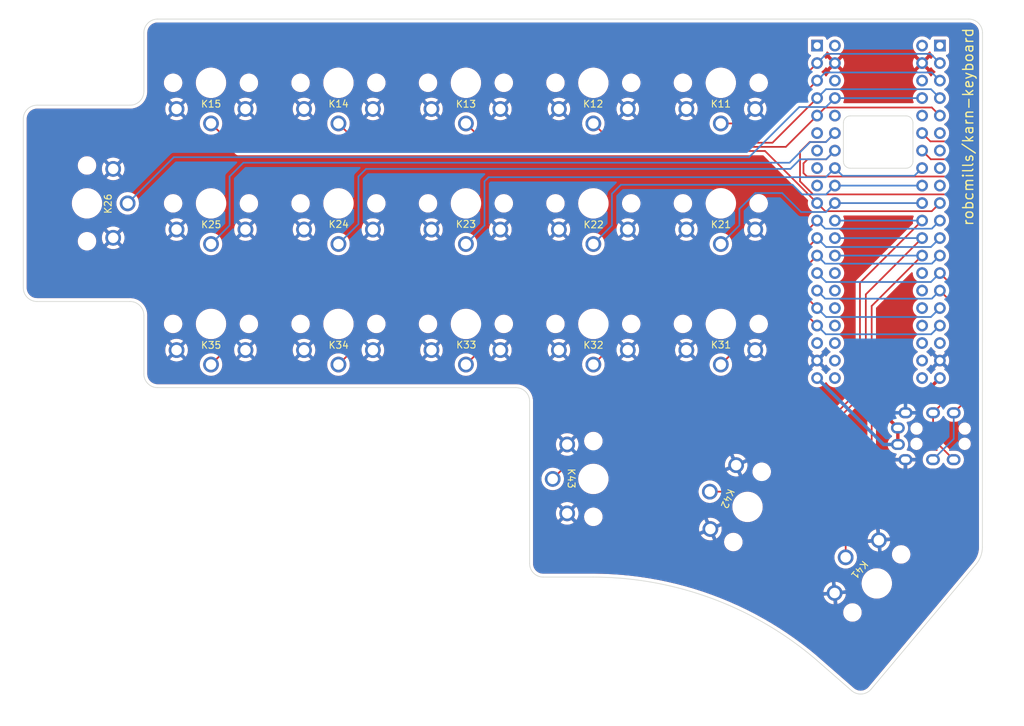
<source format=kicad_pcb>
(kicad_pcb (version 20211014) (generator pcbnew)
  (layers (0 "F.Cu" signal) (31 "B.Cu" signal) (34 "B.Paste" user) (35 "F.Paste" user) (36 "B.SilkS" user "B.Silkscreen") (37 "F.SilkS" user "F.Silkscreen") (38 "B.Mask" user) (39 "F.Mask" user) (44 "Edge.Cuts" user))
  (net 0 "")
  (net 1 "/RX")
  (net 2 "GND")
  (net 3 "/TX")
  (net 4 "/K11")
  (net 5 "/K12")
  (net 6 "/K13")
  (net 7 "/K14")
  (net 8 "/K15")
  (net 9 "/K21")
  (net 10 "/K22")
  (net 11 "/K23")
  (net 12 "/K24")
  (net 13 "/K25")
  (net 14 "/K26")
  (net 15 "/K31")
  (net 16 "/K32")
  (net 17 "/K33")
  (net 18 "/K34")
  (net 19 "/K35")
  (net 20 "/K41")
  (net 21 "/K42")
  (net 22 "/K43")
  (net 27 "VCC")
  (footprint "karn-kicad:kailh-choc-v1-1u-MBK-keycap" (layer "F.Cu") (at 94.5 57.5)
    (fp_text reference "K24" (at 0.034874 3.037288 unlocked) (layer "F.SilkS"))
    (fp_text value "SW_Push" hide)
    (pad "" np_thru_hole circle (at -5.5 0) (size 1.7018 1.7018) (drill 1.7018) (layers *.Cu *.Mask))
    (pad "" np_thru_hole circle (at 5.5 0) (size 1.7018 1.7018) (drill 1.7018) (layers *.Cu *.Mask))
    (pad "" np_thru_hole circle (at 0 0) (size 3.429 3.429) (drill 3.429) (layers *.Cu *.Mask))
    (pad "1" thru_hole circle (at 0 5.9) (size 2.282 2.282) (drill 1.52) (layers *.Cu *.Mask) (net 12 "/K24"))
    (pad "2" thru_hole circle (at -5 3.8) (size 2.282 2.282) (drill 1.52) (layers *.Cu *.Mask) (net 2 "GND"))
    (pad "3" thru_hole circle (at 5 3.8) (size 2.282 2.282) (drill 1.52) (layers *.Cu *.Mask) (net 2 "GND"))
  )
  (footprint "karn-kicad:kailh-choc-v1-1u-MBK-keycap" (layer "F.Cu") (at 131.5 57.5)
    (fp_text reference "K22" (at 0.041111 3.096462 unlocked) (layer "F.SilkS"))
    (fp_text value "SW_Push" hide)
    (pad "" np_thru_hole circle (at -5.5 0) (size 1.7018 1.7018) (drill 1.7018) (layers *.Cu *.Mask))
    (pad "" np_thru_hole circle (at 0 0) (size 3.429 3.429) (drill 3.429) (layers *.Cu *.Mask))
    (pad "" np_thru_hole circle (at 5.5 0) (size 1.7018 1.7018) (drill 1.7018) (layers *.Cu *.Mask))
    (pad "1" thru_hole circle (at 0 5.9) (size 2.282 2.282) (drill 1.52) (layers *.Cu *.Mask) (net 10 "/K22"))
    (pad "2" thru_hole circle (at -5 3.8) (size 2.282 2.282) (drill 1.52) (layers *.Cu *.Mask) (net 2 "GND"))
    (pad "3" thru_hole circle (at 5 3.8) (size 2.282 2.282) (drill 1.52) (layers *.Cu *.Mask) (net 2 "GND"))
  )
  (footprint "karn-kicad:kailh-choc-v1-1_5u-MBK-keycap" (layer "F.Cu") (at 131.5 97.5 -90)
    (fp_text reference "K43" (at -0.07488 3.200686 -90 unlocked) (layer "F.SilkS"))
    (fp_text value "SW_Push_1.5" hide)
    (pad "" np_thru_hole circle (at 5.5 0 270) (size 1.7018 1.7018) (drill 1.7018) (layers *.Cu *.Mask))
    (pad "" np_thru_hole circle (at -5.5 0 270) (size 1.7018 1.7018) (drill 1.7018) (layers *.Cu *.Mask))
    (pad "" np_thru_hole circle (at 0 0 270) (size 3.429 3.429) (drill 3.429) (layers *.Cu *.Mask))
    (pad "1" thru_hole circle (at 0 5.9 270) (size 2.282 2.282) (drill 1.52) (layers *.Cu *.Mask) (net 22 "/K43"))
    (pad "2" thru_hole circle (at -5 3.8 270) (size 2.282 2.282) (drill 1.52) (layers *.Cu *.Mask) (net 2 "GND"))
    (pad "3" thru_hole circle (at 5 3.8 270) (size 2.282 2.282) (drill 1.52) (layers *.Cu *.Mask) (net 2 "GND"))
  )
  (footprint "karn-kicad:kailh-choc-v1-1u-MBK-keycap" (layer "F.Cu") (at 131.5 40)
    (fp_text reference "K12" (at -0.031399 3.07238 unlocked) (layer "F.SilkS"))
    (fp_text value "SW_Push" hide)
    (pad "" np_thru_hole circle (at 5.5 0) (size 1.7018 1.7018) (drill 1.7018) (layers *.Cu *.Mask))
    (pad "" np_thru_hole circle (at -5.5 0) (size 1.7018 1.7018) (drill 1.7018) (layers *.Cu *.Mask))
    (pad "" np_thru_hole circle (at 0 0) (size 3.429 3.429) (drill 3.429) (layers *.Cu *.Mask))
    (pad "1" thru_hole circle (at 0 5.9) (size 2.282 2.282) (drill 1.52) (layers *.Cu *.Mask) (net 5 "/K12"))
    (pad "2" thru_hole circle (at -5 3.8) (size 2.282 2.282) (drill 1.52) (layers *.Cu *.Mask) (net 2 "GND"))
    (pad "3" thru_hole circle (at 5 3.8) (size 2.282 2.282) (drill 1.52) (layers *.Cu *.Mask) (net 2 "GND"))
  )
  (footprint "karn-kicad:kailh-choc-v1-1u-MBK-keycap" (layer "F.Cu") (at 113 40)
    (fp_text reference "K13" (at 0.011094 3.087436 unlocked) (layer "F.SilkS"))
    (fp_text value "SW_Push" hide)
    (pad "" np_thru_hole circle (at 5.5 0) (size 1.7018 1.7018) (drill 1.7018) (layers *.Cu *.Mask))
    (pad "" np_thru_hole circle (at 0 0) (size 3.429 3.429) (drill 3.429) (layers *.Cu *.Mask))
    (pad "" np_thru_hole circle (at -5.5 0) (size 1.7018 1.7018) (drill 1.7018) (layers *.Cu *.Mask))
    (pad "1" thru_hole circle (at 0 5.9) (size 2.282 2.282) (drill 1.52) (layers *.Cu *.Mask) (net 6 "/K13"))
    (pad "2" thru_hole circle (at -5 3.8) (size 2.282 2.282) (drill 1.52) (layers *.Cu *.Mask) (net 2 "GND"))
    (pad "3" thru_hole circle (at 5 3.8) (size 2.282 2.282) (drill 1.52) (layers *.Cu *.Mask) (net 2 "GND"))
  )
  (footprint "karn-kicad:kailh-choc-v1-1_5u-MBK-keycap" (layer "F.Cu") (at 58.000256 57.5 90)
    (fp_text reference "K26" (at -0.058119 3.062974 90 unlocked) (layer "F.SilkS"))
    (fp_text value "SW_Push_1.5" hide)
    (pad "" np_thru_hole circle (at 0 0 90) (size 3.429 3.429) (drill 3.429) (layers *.Cu *.Mask))
    (pad "" np_thru_hole circle (at 5.5 0 90) (size 1.7018 1.7018) (drill 1.7018) (layers *.Cu *.Mask))
    (pad "" np_thru_hole circle (at -5.5 0 90) (size 1.7018 1.7018) (drill 1.7018) (layers *.Cu *.Mask))
    (pad "1" thru_hole circle (at 0 5.9 90) (size 2.282 2.282) (drill 1.52) (layers *.Cu *.Mask) (net 14 "/K26"))
    (pad "2" thru_hole circle (at -5 3.8 90) (size 2.282 2.282) (drill 1.52) (layers *.Cu *.Mask) (net 2 "GND"))
    (pad "3" thru_hole circle (at 5 3.8 90) (size 2.282 2.282) (drill 1.52) (layers *.Cu *.Mask) (net 2 "GND"))
  )
  (footprint "karn-kicad:trrs-pj-320A" (layer "F.Cu") (at 187.0125 90.2 -90)
    (fp_text reference "REF**" hide)
    (fp_text value "TRRS-PJ-320A" hide)
    (pad "" np_thru_hole circle (at 0 8.6 270) (size 0.8 0.8) (drill 0.8) (layers *.Cu *.Mask))
    (pad "" np_thru_hole circle (at 0 1.6 270) (size 0.8 0.8) (drill 0.8) (layers *.Cu *.Mask))
    (pad "1" thru_hole oval (at 2.3 11.3 270) (size 1.6 2) (drill oval 0.9 1.3) (layers *.Cu *.Mask) (net 27 "VCC"))
    (pad "2" thru_hole oval (at -2.3 10.2 270) (size 1.6 2) (drill oval 0.9 1.3) (layers *.Cu *.Mask) (net 2 "GND"))
    (pad "3" thru_hole oval (at -2.3 6.2 270) (size 1.6 2) (drill oval 0.9 1.3) (layers *.Cu *.Mask) (net 1 "/RX"))
    (pad "4" thru_hole oval (at -2.3 3.2 270) (size 1.6 2) (drill oval 0.9 1.3) (layers *.Cu *.Mask) (net 3 "/TX"))
  )
  (footprint "karn-kicad:kailh-choc-v1-1u-MBK-keycap" (layer "F.Cu") (at 150 57.5)
    (fp_text reference "K21" (at 0.023994 3.07282 unlocked) (layer "F.SilkS"))
    (fp_text value "SW_Push" hide)
    (pad "" np_thru_hole circle (at 0 0) (size 3.429 3.429) (drill 3.429) (layers *.Cu *.Mask))
    (pad "" np_thru_hole circle (at -5.5 0) (size 1.7018 1.7018) (drill 1.7018) (layers *.Cu *.Mask))
    (pad "" np_thru_hole circle (at 5.5 0) (size 1.7018 1.7018) (drill 1.7018) (layers *.Cu *.Mask))
    (pad "1" thru_hole circle (at 0 5.9) (size 2.282 2.282) (drill 1.52) (layers *.Cu *.Mask) (net 9 "/K21"))
    (pad "2" thru_hole circle (at -5 3.8) (size 2.282 2.282) (drill 1.52) (layers *.Cu *.Mask) (net 2 "GND"))
    (pad "3" thru_hole circle (at 5 3.8) (size 2.282 2.282) (drill 1.52) (layers *.Cu *.Mask) (net 2 "GND"))
  )
  (footprint "karn-kicad:kailh-choc-v1-1u-MBK-keycap" (layer "F.Cu") (at 94.5 75)
    (fp_text reference "K34" (at 0.030898 3.081566 unlocked) (layer "F.SilkS"))
    (fp_text value "SW_Push" hide)
    (pad "" np_thru_hole circle (at 5.5 0) (size 1.7018 1.7018) (drill 1.7018) (layers *.Cu *.Mask))
    (pad "" np_thru_hole circle (at -5.5 0) (size 1.7018 1.7018) (drill 1.7018) (layers *.Cu *.Mask))
    (pad "" np_thru_hole circle (at 0 0) (size 3.429 3.429) (drill 3.429) (layers *.Cu *.Mask))
    (pad "1" thru_hole circle (at 0 5.9) (size 2.282 2.282) (drill 1.52) (layers *.Cu *.Mask) (net 18 "/K34"))
    (pad "2" thru_hole circle (at -5 3.8) (size 2.282 2.282) (drill 1.52) (layers *.Cu *.Mask) (net 2 "GND"))
    (pad "3" thru_hole circle (at 5 3.8) (size 2.282 2.282) (drill 1.52) (layers *.Cu *.Mask) (net 2 "GND"))
  )
  (footprint "karn-kicad:kailh-choc-v1-1u-MBK-keycap" (layer "F.Cu") (at 150 75)
    (fp_text reference "K31" (at 0.029932 3.046775 unlocked) (layer "F.SilkS"))
    (fp_text value "SW_Push" hide)
    (pad "" np_thru_hole circle (at -5.5 0) (size 1.7018 1.7018) (drill 1.7018) (layers *.Cu *.Mask))
    (pad "" np_thru_hole circle (at 0 0) (size 3.429 3.429) (drill 3.429) (layers *.Cu *.Mask))
    (pad "" np_thru_hole circle (at 5.5 0) (size 1.7018 1.7018) (drill 1.7018) (layers *.Cu *.Mask))
    (pad "1" thru_hole circle (at 0 5.9) (size 2.282 2.282) (drill 1.52) (layers *.Cu *.Mask) (net 15 "/K31"))
    (pad "2" thru_hole circle (at -5 3.8) (size 2.282 2.282) (drill 1.52) (layers *.Cu *.Mask) (net 2 "GND"))
    (pad "3" thru_hole circle (at 5 3.8) (size 2.282 2.282) (drill 1.52) (layers *.Cu *.Mask) (net 2 "GND"))
  )
  (footprint "karn-kicad:kailh-choc-v1-1u-MBK-keycap" (layer "F.Cu") (at 76 57.5)
    (fp_text reference "K25" (at 0.026756 3.083773 unlocked) (layer "F.SilkS"))
    (fp_text value "SW_Push" hide)
    (pad "" np_thru_hole circle (at 0 0) (size 3.429 3.429) (drill 3.429) (layers *.Cu *.Mask))
    (pad "" np_thru_hole circle (at 5.5 0) (size 1.7018 1.7018) (drill 1.7018) (layers *.Cu *.Mask))
    (pad "" np_thru_hole circle (at -5.5 0) (size 1.7018 1.7018) (drill 1.7018) (layers *.Cu *.Mask))
    (pad "1" thru_hole circle (at 0 5.9) (size 2.282 2.282) (drill 1.52) (layers *.Cu *.Mask) (net 13 "/K25"))
    (pad "2" thru_hole circle (at -5 3.8) (size 2.282 2.282) (drill 1.52) (layers *.Cu *.Mask) (net 2 "GND"))
    (pad "3" thru_hole circle (at 5 3.8) (size 2.282 2.282) (drill 1.52) (layers *.Cu *.Mask) (net 2 "GND"))
  )
  (footprint "karn-kicad:kailh-choc-v1-1_5u-MBK-keycap" (layer "F.Cu") (at 153.879011 101.559149 -112)
    (fp_text reference "K42" (at -0.026262 3.138361 -112 unlocked) (layer "F.SilkS"))
    (fp_text value "SW_Push_1.5" hide)
    (pad "" np_thru_hole circle (at -5.5 0 248) (size 1.7018 1.7018) (drill 1.7018) (layers *.Cu *.Mask))
    (pad "" np_thru_hole circle (at 0 0 248) (size 3.429 3.429) (drill 3.429) (layers *.Cu *.Mask))
    (pad "" np_thru_hole circle (at 5.5 0 248) (size 1.7018 1.7018) (drill 1.7018) (layers *.Cu *.Mask))
    (pad "1" thru_hole circle (at 0 5.9 248) (size 2.282 2.282) (drill 1.52) (layers *.Cu *.Mask) (net 21 "/K42"))
    (pad "2" thru_hole circle (at -5 3.8 248) (size 2.282 2.282) (drill 1.52) (layers *.Cu *.Mask) (net 2 "GND"))
    (pad "3" thru_hole circle (at 5 3.8 248) (size 2.282 2.282) (drill 1.52) (layers *.Cu *.Mask) (net 2 "GND"))
  )
  (footprint "karn-kicad:kailh-choc-v1-1_5u-MBK-keycap" (layer "F.Cu") (at 172.644734 112.671401 -130)
    (fp_text reference "K41" (at 0.1 3.2 -130 unlocked) (layer "F.SilkS"))
    (fp_text value "SW_Push_1.5" hide)
    (pad "" np_thru_hole circle (at 0 0 230) (size 3.429 3.429) (drill 3.429) (layers *.Cu *.Mask))
    (pad "" np_thru_hole circle (at -5.5 0 230) (size 1.7018 1.7018) (drill 1.7018) (layers *.Cu *.Mask))
    (pad "" np_thru_hole circle (at 5.5 0 230) (size 1.7018 1.7018) (drill 1.7018) (layers *.Cu *.Mask))
    (pad "1" thru_hole circle (at 0 5.9 230) (size 2.282 2.282) (drill 1.52) (layers *.Cu *.Mask) (net 20 "/K41"))
    (pad "2" thru_hole circle (at -5 3.8 230) (size 2.282 2.282) (drill 1.52) (layers *.Cu *.Mask) (net 2 "GND"))
    (pad "3" thru_hole circle (at 5 3.8 230) (size 2.282 2.282) (drill 1.52) (layers *.Cu *.Mask) (net 2 "GND"))
  )
  (footprint "karn-kicad:kailh-choc-v1-1u-MBK-keycap" (layer "F.Cu") (at 113 57.5)
    (fp_text reference "K23" (at 0.009002 3.026318 unlocked) (layer "F.SilkS"))
    (fp_text value "SW_Push" hide)
    (pad "" np_thru_hole circle (at 5.5 0) (size 1.7018 1.7018) (drill 1.7018) (layers *.Cu *.Mask))
    (pad "" np_thru_hole circle (at 0 0) (size 3.429 3.429) (drill 3.429) (layers *.Cu *.Mask))
    (pad "" np_thru_hole circle (at -5.5 0) (size 1.7018 1.7018) (drill 1.7018) (layers *.Cu *.Mask))
    (pad "1" thru_hole circle (at 0 5.9) (size 2.282 2.282) (drill 1.52) (layers *.Cu *.Mask) (net 11 "/K23"))
    (pad "2" thru_hole circle (at -5 3.8) (size 2.282 2.282) (drill 1.52) (layers *.Cu *.Mask) (net 2 "GND"))
    (pad "3" thru_hole circle (at 5 3.8) (size 2.282 2.282) (drill 1.52) (layers *.Cu *.Mask) (net 2 "GND"))
  )
  (footprint "karn-kicad:kailh-choc-v1-1u-MBK-keycap" (layer "F.Cu") (at 94.5 40)
    (fp_text reference "K14" (at 0.011661 3.060372 unlocked) (layer "F.SilkS"))
    (fp_text value "SW_Push" hide)
    (pad "" np_thru_hole circle (at 0 0) (size 3.429 3.429) (drill 3.429) (layers *.Cu *.Mask))
    (pad "" np_thru_hole circle (at -5.5 0) (size 1.7018 1.7018) (drill 1.7018) (layers *.Cu *.Mask))
    (pad "" np_thru_hole circle (at 5.5 0) (size 1.7018 1.7018) (drill 1.7018) (layers *.Cu *.Mask))
    (pad "1" thru_hole circle (at 0 5.9) (size 2.282 2.282) (drill 1.52) (layers *.Cu *.Mask) (net 7 "/K14"))
    (pad "2" thru_hole circle (at -5 3.8) (size 2.282 2.282) (drill 1.52) (layers *.Cu *.Mask) (net 2 "GND"))
    (pad "3" thru_hole circle (at 5 3.8) (size 2.282 2.282) (drill 1.52) (layers *.Cu *.Mask) (net 2 "GND"))
  )
  (footprint "karn-kicad:kailh-choc-v1-1u-MBK-keycap" (layer "F.Cu") (at 113 75)
    (fp_text reference "K33" (at 0.056525 3.046987 unlocked) (layer "F.SilkS"))
    (fp_text value "SW_Push" hide)
    (pad "" np_thru_hole circle (at -5.5 0) (size 1.7018 1.7018) (drill 1.7018) (layers *.Cu *.Mask))
    (pad "" np_thru_hole circle (at 5.5 0) (size 1.7018 1.7018) (drill 1.7018) (layers *.Cu *.Mask))
    (pad "" np_thru_hole circle (at 0 0) (size 3.429 3.429) (drill 3.429) (layers *.Cu *.Mask))
    (pad "1" thru_hole circle (at 0 5.9) (size 2.282 2.282) (drill 1.52) (layers *.Cu *.Mask) (net 17 "/K33"))
    (pad "2" thru_hole circle (at -5 3.8) (size 2.282 2.282) (drill 1.52) (layers *.Cu *.Mask) (net 2 "GND"))
    (pad "3" thru_hole circle (at 5 3.8) (size 2.282 2.282) (drill 1.52) (layers *.Cu *.Mask) (net 2 "GND"))
  )
  (footprint "karn-kicad:stm32f411-blackpill-dev-board" (layer "F.Cu") (at 163.98 34.6)
    (fp_text reference "U1" hide)
    (fp_text value "stm32f411-blackpill-dev-board" hide)
    (pad "1" thru_hole rect (at 0 0) (size 1.7 1.7) (drill 1) (layers *.Cu *.Mask))
    (pad "2" thru_hole circle (at 0 2.54) (size 1.7 1.7) (drill 1) (layers *.Cu *.Mask) (net 4 "/K11"))
    (pad "3" thru_hole circle (at 0 5.08) (size 1.7 1.7) (drill 1) (layers *.Cu *.Mask) (net 5 "/K12"))
    (pad "4" thru_hole circle (at 0 7.62) (size 1.7 1.7) (drill 1) (layers *.Cu *.Mask) (net 6 "/K13"))
    (pad "5" thru_hole circle (at 0 10.16) (size 1.7 1.7) (drill 1) (layers *.Cu *.Mask) (net 7 "/K14"))
    (pad "6" thru_hole circle (at 0 12.7) (size 1.7 1.7) (drill 1) (layers *.Cu *.Mask))
    (pad "7" thru_hole circle (at 0 15.24) (size 1.7 1.7) (drill 1) (layers *.Cu *.Mask))
    (pad "8" thru_hole circle (at 0 17.78) (size 1.7 1.7) (drill 1) (layers *.Cu *.Mask))
    (pad "9" thru_hole circle (at 0 20.32) (size 1.7 1.7) (drill 1) (layers *.Cu *.Mask))
    (pad "10" thru_hole circle (at 0 22.86) (size 1.7 1.7) (drill 1) (layers *.Cu *.Mask) (net 8 "/K15"))
    (pad "11" thru_hole circle (at 0 25.4) (size 1.7 1.7) (drill 1) (layers *.Cu *.Mask) (net 19 "/K35"))
    (pad "12" thru_hole circle (at 0 27.94) (size 1.7 1.7) (drill 1) (layers *.Cu *.Mask) (net 18 "/K34"))
    (pad "13" thru_hole circle (at 0 30.48) (size 1.7 1.7) (drill 1) (layers *.Cu *.Mask) (net 17 "/K33"))
    (pad "14" thru_hole circle (at 0 33.02) (size 1.7 1.7) (drill 1) (layers *.Cu *.Mask) (net 3 "/TX"))
    (pad "15" thru_hole circle (at 0 35.56) (size 1.7 1.7) (drill 1) (layers *.Cu *.Mask) (net 1 "/RX"))
    (pad "16" thru_hole circle (at 0 38.1) (size 1.7 1.7) (drill 1) (layers *.Cu *.Mask) (net 16 "/K32"))
    (pad "17" thru_hole circle (at 0 40.64) (size 1.7 1.7) (drill 1) (layers *.Cu *.Mask) (net 15 "/K31"))
    (pad "18" thru_hole circle (at 0 43.18) (size 1.7 1.7) (drill 1) (layers *.Cu *.Mask))
    (pad "19" thru_hole circle (at 0 45.72) (size 1.7 1.7) (drill 1) (layers *.Cu *.Mask) (net 2 "GND"))
    (pad "20" thru_hole circle (at 0 48.26) (size 1.7 1.7) (drill 1) (layers *.Cu *.Mask) (net 27 "VCC"))
    (pad "21" thru_hole circle (at 15.24 48.26) (size 1.7 1.7) (drill 1) (layers *.Cu *.Mask))
    (pad "22" thru_hole circle (at 15.24 45.72) (size 1.7 1.7) (drill 1) (layers *.Cu *.Mask))
    (pad "23" thru_hole circle (at 15.24 43.18) (size 1.7 1.7) (drill 1) (layers *.Cu *.Mask))
    (pad "24" thru_hole circle (at 15.24 40.64) (size 1.7 1.7) (drill 1) (layers *.Cu *.Mask))
    (pad "25" thru_hole circle (at 15.24 38.1) (size 1.7 1.7) (drill 1) (layers *.Cu *.Mask))
    (pad "26" thru_hole circle (at 15.24 35.56) (size 1.7 1.7) (drill 1) (layers *.Cu *.Mask))
    (pad "27" thru_hole circle (at 15.24 33.02) (size 1.7 1.7) (drill 1) (layers *.Cu *.Mask))
    (pad "28" thru_hole circle (at 15.24 30.48) (size 1.7 1.7) (drill 1) (layers *.Cu *.Mask) (net 20 "/K41"))
    (pad "29" thru_hole circle (at 15.24 27.94) (size 1.7 1.7) (drill 1) (layers *.Cu *.Mask) (net 21 "/K42"))
    (pad "30" thru_hole circle (at 15.24 25.4) (size 1.7 1.7) (drill 1) (layers *.Cu *.Mask) (net 22 "/K43"))
    (pad "31" thru_hole circle (at 15.24 22.86) (size 1.7 1.7) (drill 1) (layers *.Cu *.Mask) (net 9 "/K21"))
    (pad "32" thru_hole circle (at 15.24 20.32) (size 1.7 1.7) (drill 1) (layers *.Cu *.Mask) (net 10 "/K22"))
    (pad "33" thru_hole circle (at 15.24 17.78) (size 1.7 1.7) (drill 1) (layers *.Cu *.Mask) (net 11 "/K23"))
    (pad "34" thru_hole circle (at 15.24 15.24) (size 1.7 1.7) (drill 1) (layers *.Cu *.Mask) (net 12 "/K24"))
    (pad "35" thru_hole circle (at 15.24 12.7) (size 1.7 1.7) (drill 1) (layers *.Cu *.Mask) (net 13 "/K25"))
    (pad "36" thru_hole circle (at 15.24 10.16) (size 1.7 1.7) (drill 1) (layers *.Cu *.Mask))
    (pad "37" thru_hole circle (at 15.24 7.62) (size 1.7 1.7) (drill 1) (layers *.Cu *.Mask) (net 14 "/K26"))
    (pad "38" thru_hole circle (at 15.24 5.08) (size 1.7 1.7) (drill 1) (layers *.Cu *.Mask))
    (pad "39" thru_hole circle (at 15.24 2.54) (size 1.7 1.7) (drill 1) (layers *.Cu *.Mask) (net 2 "GND"))
    (pad "40" thru_hole circle (at 15.24 0) (size 1.7 1.7) (drill 1) (layers *.Cu *.Mask))
  )
  (footprint "karn-kicad:kailh-choc-v1-1u-MBK-keycap" (layer "F.Cu") (at 76 75)
    (fp_text reference "K35" (at 0.012319 3.090204 unlocked) (layer "F.SilkS"))
    (fp_text value "SW_Push" hide)
    (pad "" np_thru_hole circle (at 0 0) (size 3.429 3.429) (drill 3.429) (layers *.Cu *.Mask))
    (pad "" np_thru_hole circle (at 5.5 0) (size 1.7018 1.7018) (drill 1.7018) (layers *.Cu *.Mask))
    (pad "" np_thru_hole circle (at -5.5 0) (size 1.7018 1.7018) (drill 1.7018) (layers *.Cu *.Mask))
    (pad "1" thru_hole circle (at 0 5.9) (size 2.282 2.282) (drill 1.52) (layers *.Cu *.Mask) (net 19 "/K35"))
    (pad "2" thru_hole circle (at -5 3.8) (size 2.282 2.282) (drill 1.52) (layers *.Cu *.Mask) (net 2 "GND"))
    (pad "3" thru_hole circle (at 5 3.8) (size 2.282 2.282) (drill 1.52) (layers *.Cu *.Mask) (net 2 "GND"))
  )
  (footprint "karn-kicad:kailh-choc-v1-1u-MBK-keycap" (layer "F.Cu") (at 131.5 75)
    (fp_text reference "K32" (at 0.017543 3.080692 unlocked) (layer "F.SilkS"))
    (fp_text value "SW_Push" hide)
    (pad "" np_thru_hole circle (at 0 0) (size 3.429 3.429) (drill 3.429) (layers *.Cu *.Mask))
    (pad "" np_thru_hole circle (at 5.5 0) (size 1.7018 1.7018) (drill 1.7018) (layers *.Cu *.Mask))
    (pad "" np_thru_hole circle (at -5.5 0) (size 1.7018 1.7018) (drill 1.7018) (layers *.Cu *.Mask))
    (pad "1" thru_hole circle (at 0 5.9) (size 2.282 2.282) (drill 1.52) (layers *.Cu *.Mask) (net 16 "/K32"))
    (pad "2" thru_hole circle (at -5 3.8) (size 2.282 2.282) (drill 1.52) (layers *.Cu *.Mask) (net 2 "GND"))
    (pad "3" thru_hole circle (at 5 3.8) (size 2.282 2.282) (drill 1.52) (layers *.Cu *.Mask) (net 2 "GND"))
  )
  (footprint "karn-kicad:kailh-choc-v1-1u-MBK-keycap" (layer "F.Cu") (at 76 40)
    (fp_text reference "K15" (at 0.010946 3.079238 unlocked) (layer "F.SilkS"))
    (fp_text value "SW_Push" hide)
    (pad "" np_thru_hole circle (at 5.5 0) (size 1.7018 1.7018) (drill 1.7018) (layers *.Cu *.Mask))
    (pad "" np_thru_hole circle (at -5.5 0) (size 1.7018 1.7018) (drill 1.7018) (layers *.Cu *.Mask))
    (pad "" np_thru_hole circle (at 0 0) (size 3.429 3.429) (drill 3.429) (layers *.Cu *.Mask))
    (pad "1" thru_hole circle (at 0 5.9) (size 2.282 2.282) (drill 1.52) (layers *.Cu *.Mask) (net 8 "/K15"))
    (pad "2" thru_hole circle (at -5 3.8) (size 2.282 2.282) (drill 1.52) (layers *.Cu *.Mask) (net 2 "GND"))
    (pad "3" thru_hole circle (at 5 3.8) (size 2.282 2.282) (drill 1.52) (layers *.Cu *.Mask) (net 2 "GND"))
  )
  (footprint "karn-kicad:trrs-pj-320A" (layer "F.Cu") (at 187 92.4 -90)
    (fp_text reference "J1" hide)
    (fp_text value "TRRS" hide)
    (pad "" np_thru_hole circle (at 0 1.6 270) (size 0.8 0.8) (drill 0.8) (layers *.Cu *.Mask))
    (pad "" np_thru_hole circle (at 0 8.6 270) (size 0.8 0.8) (drill 0.8) (layers *.Cu *.Mask))
    (pad "1" thru_hole oval (at -2.3 11.3 270) (size 1.6 2) (drill oval 0.9 1.3) (layers *.Cu *.Mask) (net 27 "VCC"))
    (pad "2" thru_hole oval (at 2.3 10.2 270) (size 1.6 2) (drill oval 0.9 1.3) (layers *.Cu *.Mask) (net 2 "GND"))
    (pad "3" thru_hole oval (at 2.3 3.2 270) (size 1.6 2) (drill oval 0.9 1.3) (layers *.Cu *.Mask) (net 1 "/RX"))
    (pad "4" thru_hole oval (at 2.3 6.2 270) (size 1.6 2) (drill oval 0.9 1.3) (layers *.Cu *.Mask) (net 3 "/TX"))
  )
  (footprint "karn-kicad:kailh-choc-v1-1u-MBK-keycap" (layer "F.Cu") (at 150 40)
    (fp_text reference "K11" (at 0.006025 3.069981 unlocked) (layer "F.SilkS"))
    (fp_text value "SW_Push" hide)
    (pad "" np_thru_hole circle (at 0 0) (size 3.429 3.429) (drill 3.429) (layers *.Cu *.Mask))
    (pad "" np_thru_hole circle (at -5.5 0) (size 1.7018 1.7018) (drill 1.7018) (layers *.Cu *.Mask))
    (pad "" np_thru_hole circle (at 5.5 0) (size 1.7018 1.7018) (drill 1.7018) (layers *.Cu *.Mask))
    (pad "1" thru_hole circle (at 0 5.9) (size 2.282 2.282) (drill 1.52) (layers *.Cu *.Mask) (net 4 "/K11"))
    (pad "2" thru_hole circle (at -5 3.8) (size 2.282 2.282) (drill 1.52) (layers *.Cu *.Mask) (net 2 "GND"))
    (pad "3" thru_hole circle (at 5 3.8) (size 2.282 2.282) (drill 1.52) (layers *.Cu *.Mask) (net 2 "GND"))
  )
  (footprint "karn-kicad:stm32f411-blackpill-dev-board" (layer "B.Cu") (at 181.8 34.6 180)
    (fp_text reference "U2" hide)
    (fp_text value "WeAct BlackPill" hide)
    (pad "1" thru_hole rect (at 0 0 180) (size 1.7 1.7) (drill 1) (layers *.Cu *.Mask))
    (pad "2" thru_hole circle (at 0 -2.54 180) (size 1.7 1.7) (drill 1) (layers *.Cu *.Mask) (net 4 "/K11"))
    (pad "3" thru_hole circle (at 0 -5.08 180) (size 1.7 1.7) (drill 1) (layers *.Cu *.Mask) (net 5 "/K12"))
    (pad "4" thru_hole circle (at 0 -7.62 180) (size 1.7 1.7) (drill 1) (layers *.Cu *.Mask) (net 6 "/K13"))
    (pad "5" thru_hole circle (at 0 -10.16 180) (size 1.7 1.7) (drill 1) (layers *.Cu *.Mask) (net 7 "/K14"))
    (pad "6" thru_hole circle (at 0 -12.7 180) (size 1.7 1.7) (drill 1) (layers *.Cu *.Mask))
    (pad "7" thru_hole circle (at 0 -15.24 180) (size 1.7 1.7) (drill 1) (layers *.Cu *.Mask))
    (pad "8" thru_hole circle (at 0 -17.78 180) (size 1.7 1.7) (drill 1) (layers *.Cu *.Mask))
    (pad "9" thru_hole circle (at 0 -20.32 180) (size 1.7 1.7) (drill 1) (layers *.Cu *.Mask))
    (pad "10" thru_hole circle (at 0 -22.86 180) (size 1.7 1.7) (drill 1) (layers *.Cu *.Mask) (net 8 "/K15"))
    (pad "11" thru_hole circle (at 0 -25.4 180) (size 1.7 1.7) (drill 1) (layers *.Cu *.Mask) (net 19 "/K35"))
    (pad "12" thru_hole circle (at 0 -27.94 180) (size 1.7 1.7) (drill 1) (layers *.Cu *.Mask) (net 18 "/K34"))
    (pad "13" thru_hole circle (at 0 -30.48 180) (size 1.7 1.7) (drill 1) (layers *.Cu *.Mask) (net 17 "/K33"))
    (pad "14" thru_hole circle (at 0 -33.02 180) (size 1.7 1.7) (drill 1) (layers *.Cu *.Mask) (net 3 "/TX"))
    (pad "15" thru_hole circle (at 0 -35.56 180) (size 1.7 1.7) (drill 1) (layers *.Cu *.Mask) (net 1 "/RX"))
    (pad "16" thru_hole circle (at 0 -38.1 180) (size 1.7 1.7) (drill 1) (layers *.Cu *.Mask) (net 16 "/K32"))
    (pad "17" thru_hole circle (at 0 -40.64 180) (size 1.7 1.7) (drill 1) (layers *.Cu *.Mask) (net 15 "/K31"))
    (pad "18" thru_hole circle (at 0 -43.18 180) (size 1.7 1.7) (drill 1) (layers *.Cu *.Mask))
    (pad "19" thru_hole circle (at 0 -45.72 180) (size 1.7 1.7) (drill 1) (layers *.Cu *.Mask) (net 2 "GND"))
    (pad "20" thru_hole circle (at 0 -48.26 180) (size 1.7 1.7) (drill 1) (layers *.Cu *.Mask) (net 27 "VCC"))
    (pad "21" thru_hole circle (at 15.24 -48.26 180) (size 1.7 1.7) (drill 1) (layers *.Cu *.Mask))
    (pad "22" thru_hole circle (at 15.24 -45.72 180) (size 1.7 1.7) (drill 1) (layers *.Cu *.Mask))
    (pad "23" thru_hole circle (at 15.24 -43.18 180) (size 1.7 1.7) (drill 1) (layers *.Cu *.Mask))
    (pad "24" thru_hole circle (at 15.24 -40.64 180) (size 1.7 1.7) (drill 1) (layers *.Cu *.Mask))
    (pad "25" thru_hole circle (at 15.24 -38.1 180) (size 1.7 1.7) (drill 1) (layers *.Cu *.Mask))
    (pad "26" thru_hole circle (at 15.24 -35.56 180) (size 1.7 1.7) (drill 1) (layers *.Cu *.Mask))
    (pad "27" thru_hole circle (at 15.24 -33.02 180) (size 1.7 1.7) (drill 1) (layers *.Cu *.Mask))
    (pad "28" thru_hole circle (at 15.24 -30.48 180) (size 1.7 1.7) (drill 1) (layers *.Cu *.Mask) (net 20 "/K41"))
    (pad "29" thru_hole circle (at 15.24 -27.94 180) (size 1.7 1.7) (drill 1) (layers *.Cu *.Mask) (net 21 "/K42"))
    (pad "30" thru_hole circle (at 15.24 -25.4 180) (size 1.7 1.7) (drill 1) (layers *.Cu *.Mask) (net 22 "/K43"))
    (pad "31" thru_hole circle (at 15.24 -22.86 180) (size 1.7 1.7) (drill 1) (layers *.Cu *.Mask) (net 9 "/K21"))
    (pad "32" thru_hole circle (at 15.24 -20.32 180) (size 1.7 1.7) (drill 1) (layers *.Cu *.Mask) (net 10 "/K22"))
    (pad "33" thru_hole circle (at 15.24 -17.78 180) (size 1.7 1.7) (drill 1) (layers *.Cu *.Mask) (net 11 "/K23"))
    (pad "34" thru_hole circle (at 15.24 -15.24 180) (size 1.7 1.7) (drill 1) (layers *.Cu *.Mask) (net 12 "/K24"))
    (pad "35" thru_hole circle (at 15.24 -12.7 180) (size 1.7 1.7) (drill 1) (layers *.Cu *.Mask) (net 13 "/K25"))
    (pad "36" thru_hole circle (at 15.24 -10.16 180) (size 1.7 1.7) (drill 1) (layers *.Cu *.Mask))
    (pad "37" thru_hole circle (at 15.24 -7.62 180) (size 1.7 1.7) (drill 1) (layers *.Cu *.Mask) (net 14 "/K26"))
    (pad "38" thru_hole circle (at 15.24 -5.08 180) (size 1.7 1.7) (drill 1) (layers *.Cu *.Mask))
    (pad "39" thru_hole circle (at 15.24 -2.54 180) (size 1.7 1.7) (drill 1) (layers *.Cu *.Mask) (net 2 "GND"))
    (pad "40" thru_hole circle (at 15.24 0 180) (size 1.7 1.7) (drill 1) (layers *.Cu *.Mask))
  )
  (gr_arc (start 68.250287 84.249914) (mid 66.836073 83.664128) (end 66.250287 82.249914) (layer "Edge.Cuts") (width 0.1))
  (gr_line (start 187.070038 109.87051) (end 171.832641 128.012978) (layer "Edge.Cuts") (width 0.1))
  (gr_line (start 64.250287 71.749914) (end 50.750287 71.749914) (layer "Edge.Cuts") (width 0.1))
  (gr_line (start 187.975163 107.370511) (end 187.990287 32.749914) (layer "Edge.Cuts") (width 0.1))
  (gr_line (start 50.750287 43.249914) (end 64.250287 43.249914) (layer "Edge.Cuts") (width 0.1))
  (gr_arc (start 124.220039 111.749914) (mid 122.816468 111.162277) (end 122.250287 109.749914) (layer "Edge.Cuts") (width 0.1))
  (gr_arc (start 187.975163 107.370511) (mid 187.741913 108.699912) (end 187.070038 109.87051) (layer "Edge.Cuts") (width 0.1))
  (gr_arc (start 168.8 52.4) (mid 168.092893 52.107107) (end 167.8 51.4) (layer "Edge.Cuts") (width 0.1))
  (gr_line (start 48.750287 69.749914) (end 48.750287 45.249914) (layer "Edge.Cuts") (width 0.1))
  (gr_arc (start 171.832641 128.012978) (mid 170.474862 128.719774) (end 169.014977 128.259492) (layer "Edge.Cuts") (width 0.1))
  (gr_arc (start 66.250287 32.749914) (mid 66.836067 31.335694) (end 68.250287 30.749914) (layer "Edge.Cuts") (width 0.1))
  (gr_arc (start 66.250287 41.249914) (mid 65.664501 42.664128) (end 64.250287 43.249914) (layer "Edge.Cuts") (width 0.1))
  (gr_arc (start 177.892893 51.4) (mid 177.6 52.107107) (end 176.892893 52.4) (layer "Edge.Cuts") (width 0.1))
  (gr_line (start 66.250287 41.249914) (end 66.250287 32.749914) (layer "Edge.Cuts") (width 0.1))
  (gr_line (start 167.8 51.4) (end 167.8 45.8) (layer "Edge.Cuts") (width 0.1))
  (gr_arc (start 120.250287 84.249914) (mid 121.664501 84.8357) (end 122.250287 86.249914) (layer "Edge.Cuts") (width 0.1))
  (gr_line (start 68.250287 30.749914) (end 185.990287 30.749914) (layer "Edge.Cuts") (width 0.1))
  (gr_arc (start 176.885786 44.8) (mid 177.592896 45.09289) (end 177.885786 45.8) (layer "Edge.Cuts") (width 0.1))
  (gr_line (start 131.470039 111.749914) (end 124.220039 111.749914) (layer "Edge.Cuts") (width 0.1))
  (gr_line (start 168.8 44.8) (end 176.885786 44.8) (layer "Edge.Cuts") (width 0.1))
  (gr_line (start 169.014977 128.259492) (end 163.569817 123.510597) (layer "Edge.Cuts") (width 0.1))
  (gr_arc (start 64.250287 71.749914) (mid 65.664505 72.335696) (end 66.250287 73.749914) (layer "Edge.Cuts") (width 0.1))
  (gr_arc (start 131.470039 111.749914) (mid 148.55715 114.799245) (end 163.569817 123.510597) (layer "Edge.Cuts") (width 0.1))
  (gr_line (start 176.892893 52.4) (end 168.8 52.4) (layer "Edge.Cuts") (width 0.1))
  (gr_arc (start 50.750287 71.749914) (mid 49.336073 71.164128) (end 48.750287 69.749914) (layer "Edge.Cuts") (width 0.1))
  (gr_arc (start 185.990287 30.749914) (mid 187.404501 31.3357) (end 187.990287 32.749914) (layer "Edge.Cuts") (width 0.1))
  (gr_line (start 122.250287 86.249914) (end 122.250287 109.749914) (layer "Edge.Cuts") (width 0.1))
  (gr_line (start 120.250287 84.249914) (end 68.250287 84.249914) (layer "Edge.Cuts") (width 0.1))
  (gr_line (start 66.250287 82.249914) (end 66.250287 73.749914) (layer "Edge.Cuts") (width 0.1))
  (gr_arc (start 167.8 45.8) (mid 168.092893 45.092893) (end 168.8 44.8) (layer "Edge.Cuts") (width 0.1))
  (gr_line (start 177.885786 45.8) (end 177.892893 51.4) (layer "Edge.Cuts") (width 0.1))
  (gr_arc (start 48.750287 45.249914) (mid 49.336064 43.835691) (end 50.750287 43.249914) (layer "Edge.Cuts") (width 0.1))
  (gr_text "robcmills/karn-keyboard" (at 185.9 46.4 90) (layer "F.SilkS") (effects (font (size 1.5 1.5) (thickness 0.2))))
  (segment (start 184.9 83.8125) (end 180.8125 87.9) (width 0.25) (layer "F.Cu") (net 1))
  (segment (start 181.8 70.16) (end 184.9 73.26) (width 0.25) (layer "F.Cu") (net 1))
  (segment (start 180.8125 87.9) (end 180.8125 91.7125) (width 0.25) (layer "F.Cu") (net 1))
  (segment (start 180.8125 91.7125) (end 183.8 94.7) (width 0.25) (layer "F.Cu") (net 1))
  (segment (start 184.9 73.26) (end 184.9 83.8125) (width 0.25) (layer "F.Cu") (net 1))
  (segment (start 165.155 71.335) (end 180.625 71.335) (width 0.25) (layer "B.Cu") (net 1))
  (segment (start 163.98 70.16) (end 165.155 71.335) (width 0.25) (layer "B.Cu") (net 1))
  (segment (start 180.625 71.335) (end 181.8 70.16) (width 0.25) (layer "B.Cu") (net 1))
  (segment (start 127.751599 92.448401) (end 127.7 92.5) (width 0.25) (layer "F.Cu") (net 2))
  (segment (start 127.746341 92.453659) (end 127.7 92.5) (width 0.25) (layer "F.Cu") (net 2))
  (segment (start 185.6 71.42) (end 185.6 86.1125) (width 0.25) (layer "F.Cu") (net 3))
  (segment (start 181.8 67.62) (end 185.6 71.42) (width 0.25) (layer "F.Cu") (net 3))
  (segment (start 185.6 86.1125) (end 183.8125 87.9) (width 0.25) (layer "F.Cu") (net 3))
  (segment (start 183.8125 91.6875) (end 180.8 94.7) (width 0.25) (layer "B.Cu") (net 3))
  (segment (start 183.8125 87.9) (end 183.8125 91.6875) (width 0.25) (layer "B.Cu") (net 3))
  (segment (start 163.98 67.62) (end 165.274278 68.914278) (width 0.25) (layer "B.Cu") (net 3))
  (segment (start 180.505722 68.914278) (end 181.8 67.62) (width 0.25) (layer "B.Cu") (net 3))
  (segment (start 165.274278 68.914278) (end 180.505722 68.914278) (width 0.25) (layer "B.Cu") (net 3))
  (segment (start 161.8 40.4) (end 161.8 39.32) (width 0.25) (layer "F.Cu") (net 4))
  (segment (start 161.8 39.32) (end 163.98 37.14) (width 0.25) (layer "F.Cu") (net 4))
  (segment (start 150 45.9) (end 156.3 45.9) (width 0.25) (layer "F.Cu") (net 4))
  (segment (start 156.3 45.9) (end 161.8 40.4) (width 0.25) (layer "F.Cu") (net 4))
  (segment (start 163.98 37.14) (end 165.32 35.8) (width 0.25) (layer "B.Cu") (net 4))
  (segment (start 180.46 35.8) (end 181.8 37.14) (width 0.25) (layer "B.Cu") (net 4))
  (segment (start 165.32 35.8) (end 180.46 35.8) (width 0.25) (layer "B.Cu") (net 4))
  (segment (start 131.5 45.9) (end 133.611834 48.011834) (width 0.25) (layer "F.Cu") (net 5))
  (segment (start 133.611834 48.011834) (end 155.648166 48.011834) (width 0.25) (layer "F.Cu") (net 5))
  (segment (start 155.648166 48.011834) (end 163.98 39.68) (width 0.25) (layer "F.Cu") (net 5))
  (segment (start 163.98 39.68) (end 165.16 38.5) (width 0.25) (layer "B.Cu") (net 5))
  (segment (start 180.62 38.5) (end 181.8 39.68) (width 0.25) (layer "B.Cu") (net 5))
  (segment (start 165.16 38.5) (end 180.62 38.5) (width 0.25) (layer "B.Cu") (net 5))
  (segment (start 115.8 48.7) (end 113 45.9) (width 0.25) (layer "F.Cu") (net 6))
  (segment (start 163.98 42.22) (end 157.5 48.7) (width 0.25) (layer "F.Cu") (net 6))
  (segment (start 157.5 48.7) (end 115.8 48.7) (width 0.25) (layer "F.Cu") (net 6))
  (segment (start 165.274278 40.925722) (end 180.505722 40.925722) (width 0.25) (layer "B.Cu") (net 6))
  (segment (start 180.505722 40.925722) (end 181.8 42.22) (width 0.25) (layer "B.Cu") (net 6))
  (segment (start 163.98 42.22) (end 165.274278 40.925722) (width 0.25) (layer "B.Cu") (net 6))
  (segment (start 159.44 49.3) (end 97.9 49.3) (width 0.25) (layer "F.Cu") (net 7))
  (segment (start 163.98 44.76) (end 165.155 43.585) (width 0.25) (layer "F.Cu") (net 7))
  (segment (start 165.155 43.585) (end 180.625 43.585) (width 0.25) (layer "F.Cu") (net 7))
  (segment (start 180.625 43.585) (end 181.8 44.76) (width 0.25) (layer "F.Cu") (net 7))
  (segment (start 97.9 49.3) (end 94.5 45.9) (width 0.25) (layer "F.Cu") (net 7))
  (segment (start 163.98 44.76) (end 159.44 49.3) (width 0.25) (layer "F.Cu") (net 7))
  (segment (start 80 49.9) (end 76 45.9) (width 0.25) (layer "F.Cu") (net 8))
  (segment (start 180.625 58.635) (end 181.8 57.46) (width 0.25) (layer "F.Cu") (net 8))
  (segment (start 165.155 58.635) (end 180.625 58.635) (width 0.25) (layer "F.Cu") (net 8))
  (segment (start 156.42 49.9) (end 80 49.9) (width 0.25) (layer "F.Cu") (net 8))
  (segment (start 163.98 57.46) (end 156.42 49.9) (width 0.25) (layer "F.Cu") (net 8))
  (segment (start 163.98 57.46) (end 165.155 58.635) (width 0.25) (layer "F.Cu") (net 8))
  (segment (start 161.654278 58.754278) (end 158.9 56) (width 0.25) (layer "B.Cu") (net 9))
  (segment (start 166.56 57.46) (end 179.22 57.46) (width 0.25) (layer "B.Cu") (net 9))
  (segment (start 165.265722 58.754278) (end 161.654278 58.754278) (width 0.25) (layer "B.Cu") (net 9))
  (segment (start 152.7 58.3) (end 152.7 60.7) (width 0.25) (layer "B.Cu") (net 9))
  (segment (start 152.7 60.7) (end 150 63.4) (width 0.25) (layer "B.Cu") (net 9))
  (segment (start 155 56) (end 152.7 58.3) (width 0.25) (layer "B.Cu") (net 9))
  (segment (start 166.56 57.46) (end 165.265722 58.754278) (width 0.25) (layer "B.Cu") (net 9))
  (segment (start 158.9 56) (end 155 56) (width 0.25) (layer "B.Cu") (net 9))
  (segment (start 166.56 54.92) (end 179.22 54.92) (width 0.25) (layer "B.Cu") (net 10))
  (segment (start 135.5 54.8) (end 160.4 54.8) (width 0.25) (layer "B.Cu") (net 10))
  (segment (start 160.4 54.8) (end 161.8 56.2) (width 0.25) (layer "B.Cu") (net 10))
  (segment (start 165.28 56.2) (end 166.56 54.92) (width 0.25) (layer "B.Cu") (net 10))
  (segment (start 161.8 56.2) (end 165.28 56.2) (width 0.25) (layer "B.Cu") (net 10))
  (segment (start 134.2 60.7) (end 134.2 56.1) (width 0.25) (layer "B.Cu") (net 10))
  (segment (start 131.5 63.4) (end 134.2 60.7) (width 0.25) (layer "B.Cu") (net 10))
  (segment (start 134.2 56.1) (end 135.5 54.8) (width 0.25) (layer "B.Cu") (net 10))
  (segment (start 166.56 52.38) (end 167.68 53.5) (width 0.25) (layer "B.Cu") (net 11))
  (segment (start 167.68 53.5) (end 178.1 53.5) (width 0.25) (layer "B.Cu") (net 11))
  (segment (start 115.7 54.3) (end 116.3 53.7) (width 0.25) (layer "B.Cu") (net 11))
  (segment (start 116.3 53.7) (end 165.24 53.7) (width 0.25) (layer "B.Cu") (net 11))
  (segment (start 115.7 60.7) (end 115.7 54.3) (width 0.25) (layer "B.Cu") (net 11))
  (segment (start 165.24 53.7) (end 166.56 52.38) (width 0.25) (layer "B.Cu") (net 11))
  (segment (start 113 63.4) (end 115.7 60.7) (width 0.25) (layer "B.Cu") (net 11))
  (segment (start 178.1 53.5) (end 179.22 52.38) (width 0.25) (layer "B.Cu") (net 11))
  (segment (start 183 53.6) (end 162.5 53.6) (width 0.25) (layer "F.Cu") (net 12))
  (segment (start 165.3 51.1) (end 166.56 49.84) (width 0.25) (layer "F.Cu") (net 12))
  (segment (start 162 51.7) (end 162.6 51.1) (width 0.25) (layer "F.Cu") (net 12))
  (segment (start 183 51.1) (end 183.6 51.7) (width 0.25) (layer "F.Cu") (net 12))
  (segment (start 183.6 51.7) (end 183.6 53) (width 0.25) (layer "F.Cu") (net 12))
  (segment (start 183.6 53) (end 183 53.6) (width 0.25) (layer "F.Cu") (net 12))
  (segment (start 162.6 51.1) (end 165.3 51.1) (width 0.25) (layer "F.Cu") (net 12))
  (segment (start 180.48 51.1) (end 183 51.1) (width 0.25) (layer "F.Cu") (net 12))
  (segment (start 162 53.1) (end 162 51.7) (width 0.25) (layer "F.Cu") (net 12))
  (segment (start 162.5 53.6) (end 162 53.1) (width 0.25) (layer "F.Cu") (net 12))
  (segment (start 179.22 49.84) (end 180.48 51.1) (width 0.25) (layer "F.Cu") (net 12))
  (segment (start 94.5 63.4) (end 97.4 60.5) (width 0.25) (layer "B.Cu") (net 12))
  (segment (start 97.4 53.6) (end 98.5 52.5) (width 0.25) (layer "B.Cu") (net 12))
  (segment (start 97.4 60.5) (end 97.4 53.6) (width 0.25) (layer "B.Cu") (net 12))
  (segment (start 160.1 52.5) (end 161.5 51.1) (width 0.25) (layer "B.Cu") (net 12))
  (segment (start 161.5 51.1) (end 165.3 51.1) (width 0.25) (layer "B.Cu") (net 12))
  (segment (start 165.3 51.1) (end 166.56 49.84) (width 0.25) (layer "B.Cu") (net 12))
  (segment (start 98.5 52.5) (end 160.1 52.5) (width 0.25) (layer "B.Cu") (net 12))
  (segment (start 163.4 56.2) (end 161.5 54.3) (width 0.25) (layer "F.Cu") (net 13))
  (segment (start 183.5 48.5) (end 184.2 49.2) (width 0.25) (layer "F.Cu") (net 13))
  (segment (start 180.42 48.5) (end 183.5 48.5) (width 0.25) (layer "F.Cu") (net 13))
  (segment (start 165.26 48.6) (end 166.56 47.3) (width 0.25) (layer "F.Cu") (net 13))
  (segment (start 184.2 49.2) (end 184.2 55.6) (width 0.25) (layer "F.Cu") (net 13))
  (segment (start 179.22 47.3) (end 180.42 48.5) (width 0.25) (layer "F.Cu") (net 13))
  (segment (start 183.6 56.2) (end 163.4 56.2) (width 0.25) (layer "F.Cu") (net 13))
  (segment (start 161.5 50) (end 162.9 48.6) (width 0.25) (layer "F.Cu") (net 13))
  (segment (start 162.9 48.6) (end 165.26 48.6) (width 0.25) (layer "F.Cu") (net 13))
  (segment (start 161.5 54.3) (end 161.5 50) (width 0.25) (layer "F.Cu") (net 13))
  (segment (start 184.2 55.6) (end 183.6 56.2) (width 0.25) (layer "F.Cu") (net 13))
  (segment (start 162.979149 48.6) (end 165.26 48.6) (width 0.25) (layer "B.Cu") (net 13))
  (segment (start 80.7 51.6) (end 159.979149 51.6) (width 0.25) (layer "B.Cu") (net 13))
  (segment (start 78.7 53.6) (end 80.7 51.6) (width 0.25) (layer "B.Cu") (net 13))
  (segment (start 78.7 60.7) (end 78.7 53.6) (width 0.25) (layer "B.Cu") (net 13))
  (segment (start 159.979149 51.6) (end 162.979149 48.6) (width 0.25) (layer "B.Cu") (net 13))
  (segment (start 165.26 48.6) (end 166.56 47.3) (width 0.25) (layer "B.Cu") (net 13))
  (segment (start 76 63.4) (end 78.7 60.7) (width 0.25) (layer "B.Cu") (net 13))
  (segment (start 161.385722 43.514278) (end 165.265722 43.514278) (width 0.25) (layer "B.Cu") (net 14))
  (segment (start 166.56 42.22) (end 179.22 42.22) (width 0.25) (layer "B.Cu") (net 14))
  (segment (start 161.385722 43.514278) (end 154.1 50.8) (width 0.25) (layer "B.Cu") (net 14))
  (segment (start 70.600256 50.8) (end 63.900256 57.5) (width 0.25) (layer "B.Cu") (net 14))
  (segment (start 166.56 42.22) (end 165.265722 43.514278) (width 0.25) (layer "B.Cu") (net 14))
  (segment (start 154.1 50.8) (end 70.600256 50.8) (width 0.25) (layer "B.Cu") (net 14))
  (segment (start 150 80.9) (end 152.8 78.1) (width 0.25) (layer "F.Cu") (net 15))
  (segment (start 161.44 72.7) (end 163.98 75.24) (width 0.25) (layer "F.Cu") (net 15))
  (segment (start 152.8 73.9) (end 154 72.7) (width 0.25) (layer "F.Cu") (net 15))
  (segment (start 152.8 78.1) (end 152.8 73.9) (width 0.25) (layer "F.Cu") (net 15))
  (segment (start 154 72.7) (end 161.44 72.7) (width 0.25) (layer "F.Cu") (net 15))
  (segment (start 180.54 76.5) (end 181.8 75.24) (width 0.25) (layer "B.Cu") (net 15))
  (segment (start 163.98 75.24) (end 165.24 76.5) (width 0.25) (layer "B.Cu") (net 15))
  (segment (start 165.24 76.5) (end 180.54 76.5) (width 0.25) (layer "B.Cu") (net 15))
  (segment (start 134.3 74.2) (end 134.3 78.1) (width 0.25) (layer "F.Cu") (net 16))
  (segment (start 134.3 78.1) (end 131.5 80.9) (width 0.25) (layer "F.Cu") (net 16))
  (segment (start 137.3 71.2) (end 134.3 74.2) (width 0.25) (layer "F.Cu") (net 16))
  (segment (start 163.98 72.7) (end 162.48 71.2) (width 0.25) (layer "F.Cu") (net 16))
  (segment (start 162.48 71.2) (end 137.3 71.2) (width 0.25) (layer "F.Cu") (net 16))
  (segment (start 180.505722 73.994278) (end 181.8 72.7) (width 0.25) (layer "B.Cu") (net 16))
  (segment (start 163.98 72.7) (end 165.274278 73.994278) (width 0.25) (layer "B.Cu") (net 16))
  (segment (start 165.274278 73.994278) (end 180.505722 73.994278) (width 0.25) (layer "B.Cu") (net 16))
  (segment (start 163.98 65.08) (end 159.06 70) (width 0.25) (layer "F.Cu") (net 17))
  (segment (start 116 77.9) (end 113 80.9) (width 0.25) (layer "F.Cu") (net 17))
  (segment (start 118.1 70) (end 116 72.1) (width 0.25) (layer "F.Cu") (net 17))
  (segment (start 116 72.1) (end 116 77.9) (width 0.25) (layer "F.Cu") (net 17))
  (segment (start 159.06 70) (end 118.1 70) (width 0.25) (layer "F.Cu") (net 17))
  (segment (start 163.98 65.08) (end 165.155 66.255) (width 0.25) (layer "B.Cu") (net 17))
  (segment (start 180.625 66.255) (end 181.8 65.08) (width 0.25) (layer "B.Cu") (net 17))
  (segment (start 165.155 66.255) (end 180.625 66.255) (width 0.25) (layer "B.Cu") (net 17))
  (segment (start 97.6 71) (end 97.6 77.8) (width 0.25) (layer "F.Cu") (net 18))
  (segment (start 97.6 77.8) (end 94.5 80.9) (width 0.25) (layer "F.Cu") (net 18))
  (segment (start 163.98 62.54) (end 157.62 68.9) (width 0.25) (layer "F.Cu") (net 18))
  (segment (start 99.7 68.9) (end 97.6 71) (width 0.25) (layer "F.Cu") (net 18))
  (segment (start 157.62 68.9) (end 99.7 68.9) (width 0.25) (layer "F.Cu") (net 18))
  (segment (start 163.98 62.54) (end 165.274278 63.834278) (width 0.25) (layer "B.Cu") (net 18))
  (segment (start 165.274278 63.834278) (end 180.505722 63.834278) (width 0.25) (layer "B.Cu") (net 18))
  (segment (start 180.505722 63.834278) (end 181.8 62.54) (width 0.25) (layer "B.Cu") (net 18))
  (segment (start 156.18 67.8) (end 81.9 67.8) (width 0.25) (layer "F.Cu") (net 19))
  (segment (start 163.98 60) (end 156.18 67.8) (width 0.25) (layer "F.Cu") (net 19))
  (segment (start 79.1 70.6) (end 79.1 77.8) (width 0.25) (layer "F.Cu") (net 19))
  (segment (start 81.9 67.8) (end 79.1 70.6) (width 0.25) (layer "F.Cu") (net 19))
  (segment (start 79.1 77.8) (end 76 80.9) (width 0.25) (layer "F.Cu") (net 19))
  (segment (start 165.155 61.175) (end 180.625 61.175) (width 0.25) (layer "B.Cu") (net 19))
  (segment (start 180.625 61.175) (end 181.8 60) (width 0.25) (layer "B.Cu") (net 19))
  (segment (start 163.98 60) (end 165.155 61.175) (width 0.25) (layer "B.Cu") (net 19))
  (segment (start 171.9 72.4) (end 171.9 97.1) (width 0.25) (layer "F.Cu") (net 20))
  (segment (start 179.22 65.08) (end 171.9 72.4) (width 0.25) (layer "F.Cu") (net 20))
  (segment (start 168.125072 100.874928) (end 168.125072 108.878954) (width 0.25) (layer "F.Cu") (net 20))
  (segment (start 171.9 97.1) (end 168.125072 100.874928) (width 0.25) (layer "F.Cu") (net 20))
  (segment (start 166.56 65.08) (end 179.22 65.08) (width 0.25) (layer "B.Cu") (net 20))
  (segment (start 171.05 70.71) (end 171.05 84.75) (width 0.25) (layer "F.Cu") (net 21))
  (segment (start 179.22 62.54) (end 171.05 70.71) (width 0.25) (layer "F.Cu") (net 21))
  (segment (start 157.4 98.4) (end 151.1 98.4) (width 0.25) (layer "F.Cu") (net 21))
  (segment (start 151.1 98.4) (end 150.15103 99.34897) (width 0.25) (layer "F.Cu") (net 21))
  (segment (start 150.15103 99.34897) (end 148.408626 99.34897) (width 0.25) (layer "F.Cu") (net 21))
  (segment (start 171.05 84.75) (end 157.4 98.4) (width 0.25) (layer "F.Cu") (net 21))
  (segment (start 166.56 62.54) (end 179.22 62.54) (width 0.25) (layer "B.Cu") (net 21))
  (segment (start 133.7 94) (end 136.8 90.9) (width 0.25) (layer "F.Cu") (net 22))
  (segment (start 170.2 84.5) (end 163.8 90.9) (width 0.25) (layer "F.Cu") (net 22))
  (segment (start 125.6 97.5) (end 129.1 94) (width 0.25) (layer "F.Cu") (net 22))
  (segment (start 179.22 60) (end 170.2 69.02) (width 0.25) (layer "F.Cu") (net 22))
  (segment (start 170.2 69.02) (end 170.2 84.5) (width 0.25) (layer "F.Cu") (net 22))
  (segment (start 136.8 90.9) (end 163.8 90.9) (width 0.25) (layer "F.Cu") (net 22))
  (segment (start 129.1 94) (end 133.7 94) (width 0.25) (layer "F.Cu") (net 22))
  (segment (start 166.56 60) (end 179.22 60) (width 0.25) (layer "B.Cu") (net 22))
  (segment (start 174.7 89.1) (end 175.7 90.1) (width 0.5) (layer "F.Cu") (net 27))
  (segment (start 175.4 86.2) (end 174.7 86.9) (width 0.5) (layer "F.Cu") (net 27))
  (segment (start 174.7 86.9) (end 174.7 89.1) (width 0.5) (layer "F.Cu") (net 27))
  (segment (start 175.7 90.1) (end 175.7 92.4875) (width 0.5) (layer "F.Cu") (net 27))
  (segment (start 178.46 86.2) (end 175.4 86.2) (width 0.5) (layer "F.Cu") (net 27))
  (segment (start 175.7 92.4875) (end 175.7125 92.5) (width 0.5) (layer "F.Cu") (net 27))
  (segment (start 178.46 86.2) (end 181.8 82.86) (width 0.5) (layer "F.Cu") (net 27))
  (segment (start 163.98 82.86) (end 173.62 92.5) (width 0.5) (layer "B.Cu") (net 27))
  (segment (start 173.62 92.5) (end 175.7125 92.5) (width 0.5) (layer "B.Cu") (net 27))
  (zone (net 2) (net_name "GND") (layer "F.Cu") (connect_pads (clearance 0.5)) (min_thickness 0.254) (fill yes (thermal_gap 0.508) (thermal_bridge_width 0.508))
    (polygon (pts (xy 194.014938 132.760656) (xy 45.385615 133.351033) (xy 45.370677 27.980433) (xy 194 27.980432)))
  )
  (zone (net 2) (net_name "GND") (layer "B.Cu") (connect_pads (clearance 0.5)) (min_thickness 0.254) (fill yes (thermal_gap 0.508) (thermal_bridge_width 0.508))
    (polygon (pts (xy 194.014934 132.759687) (xy 45.385612 133.350064) (xy 45.370678 27.980433) (xy 194 27.980432)))
  )
)
</source>
